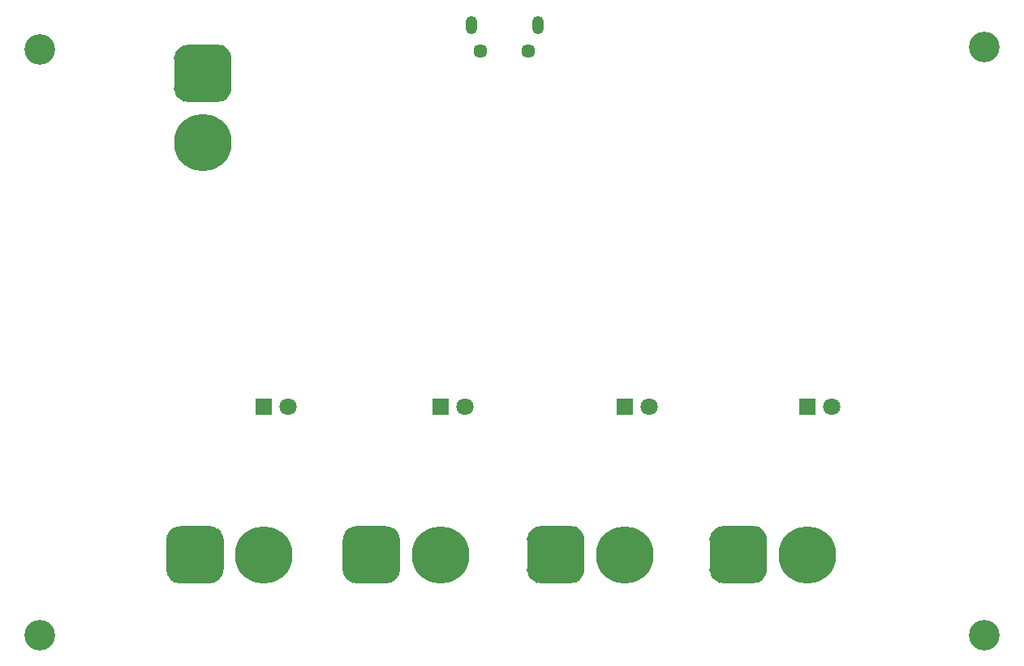
<source format=gbr>
G04 #@! TF.GenerationSoftware,KiCad,Pcbnew,5.1.9*
G04 #@! TF.CreationDate,2021-01-16T18:22:49+01:00*
G04 #@! TF.ProjectId,firework-ignition-system,66697265-776f-4726-9b2d-69676e697469,1*
G04 #@! TF.SameCoordinates,Original*
G04 #@! TF.FileFunction,Soldermask,Bot*
G04 #@! TF.FilePolarity,Negative*
%FSLAX46Y46*%
G04 Gerber Fmt 4.6, Leading zero omitted, Abs format (unit mm)*
G04 Created by KiCad (PCBNEW 5.1.9) date 2021-01-16 18:22:49*
%MOMM*%
%LPD*%
G01*
G04 APERTURE LIST*
%ADD10O,1.200000X1.900000*%
%ADD11C,1.450000*%
%ADD12C,6.000000*%
%ADD13C,1.800000*%
%ADD14R,1.800000X1.800000*%
%ADD15C,3.200000*%
%ADD16C,0.152400*%
G04 APERTURE END LIST*
D10*
X64318000Y59911500D03*
X71318000Y59911500D03*
D11*
X65318000Y57211500D03*
X70318000Y57211500D03*
G36*
G01*
X50912000Y3051600D02*
X50912000Y6051600D01*
G75*
G02*
X52412000Y7551600I1500000J0D01*
G01*
X55412000Y7551600D01*
G75*
G02*
X56912000Y6051600I0J-1500000D01*
G01*
X56912000Y3051600D01*
G75*
G02*
X55412000Y1551600I-1500000J0D01*
G01*
X52412000Y1551600D01*
G75*
G02*
X50912000Y3051600I0J1500000D01*
G01*
G37*
D12*
X61112000Y4551600D03*
G36*
G01*
X70152000Y3072000D02*
X70152000Y6072000D01*
G75*
G02*
X71652000Y7572000I1500000J0D01*
G01*
X74652000Y7572000D01*
G75*
G02*
X76152000Y6072000I0J-1500000D01*
G01*
X76152000Y3072000D01*
G75*
G02*
X74652000Y1572000I-1500000J0D01*
G01*
X71652000Y1572000D01*
G75*
G02*
X70152000Y3072000I0J1500000D01*
G01*
G37*
X80352000Y4572000D03*
G36*
G01*
X32498400Y3051600D02*
X32498400Y6051600D01*
G75*
G02*
X33998400Y7551600I1500000J0D01*
G01*
X36998400Y7551600D01*
G75*
G02*
X38498400Y6051600I0J-1500000D01*
G01*
X38498400Y3051600D01*
G75*
G02*
X36998400Y1551600I-1500000J0D01*
G01*
X33998400Y1551600D01*
G75*
G02*
X32498400Y3051600I0J1500000D01*
G01*
G37*
X42698400Y4551600D03*
G36*
G01*
X89202000Y3072000D02*
X89202000Y6072000D01*
G75*
G02*
X90702000Y7572000I1500000J0D01*
G01*
X93702000Y7572000D01*
G75*
G02*
X95202000Y6072000I0J-1500000D01*
G01*
X95202000Y3072000D01*
G75*
G02*
X93702000Y1572000I-1500000J0D01*
G01*
X90702000Y1572000D01*
G75*
G02*
X89202000Y3072000I0J1500000D01*
G01*
G37*
X99402000Y4572000D03*
D13*
X63660000Y20047600D03*
D14*
X61120000Y20047600D03*
D13*
X82900000Y20068000D03*
D14*
X80360000Y20068000D03*
D13*
X45246400Y20047600D03*
D14*
X42706400Y20047600D03*
D13*
X101950000Y20068000D03*
D14*
X99410000Y20068000D03*
D15*
X19304000Y57404000D03*
X117856000Y57658000D03*
X117856000Y-3810000D03*
X19304000Y-3810000D03*
G36*
G01*
X34822000Y57864000D02*
X37822000Y57864000D01*
G75*
G02*
X39322000Y56364000I0J-1500000D01*
G01*
X39322000Y53364000D01*
G75*
G02*
X37822000Y51864000I-1500000J0D01*
G01*
X34822000Y51864000D01*
G75*
G02*
X33322000Y53364000I0J1500000D01*
G01*
X33322000Y56364000D01*
G75*
G02*
X34822000Y57864000I1500000J0D01*
G01*
G37*
D12*
X36322000Y47664000D03*
D16*
G36*
X56913165Y3053226D02*
G01*
X56914000Y3051600D01*
X56914000Y3024547D01*
X56913990Y3024351D01*
X56885459Y2734676D01*
X56885383Y2734291D01*
X56801749Y2458585D01*
X56801599Y2458223D01*
X56665785Y2204133D01*
X56665567Y2203807D01*
X56482788Y1981089D01*
X56482511Y1980812D01*
X56259793Y1798033D01*
X56259467Y1797815D01*
X56005377Y1662001D01*
X56005015Y1661851D01*
X55729309Y1578217D01*
X55728924Y1578141D01*
X55439249Y1549610D01*
X55439053Y1549600D01*
X55412000Y1549600D01*
X55410268Y1550600D01*
X55410268Y1552600D01*
X55411804Y1553590D01*
X55704240Y1582392D01*
X55985256Y1667638D01*
X56244239Y1806067D01*
X56471239Y1992361D01*
X56657533Y2219361D01*
X56795962Y2478344D01*
X56881208Y2759360D01*
X56910010Y3051796D01*
X56911175Y3053422D01*
X56913165Y3053226D01*
G37*
G36*
X38499565Y3053226D02*
G01*
X38500400Y3051600D01*
X38500400Y3024547D01*
X38500390Y3024351D01*
X38471859Y2734676D01*
X38471783Y2734291D01*
X38388149Y2458585D01*
X38387999Y2458223D01*
X38252185Y2204133D01*
X38251967Y2203807D01*
X38069188Y1981089D01*
X38068911Y1980812D01*
X37846193Y1798033D01*
X37845867Y1797815D01*
X37591777Y1662001D01*
X37591415Y1661851D01*
X37315709Y1578217D01*
X37315324Y1578141D01*
X37025649Y1549610D01*
X37025453Y1549600D01*
X36998400Y1549600D01*
X36996668Y1550600D01*
X36996668Y1552600D01*
X36998204Y1553590D01*
X37290640Y1582392D01*
X37571656Y1667638D01*
X37830639Y1806067D01*
X38057639Y1992361D01*
X38243933Y2219361D01*
X38382362Y2478344D01*
X38467608Y2759360D01*
X38496410Y3051796D01*
X38497575Y3053422D01*
X38499565Y3053226D01*
G37*
G36*
X32500390Y3051796D02*
G01*
X32529192Y2759360D01*
X32614438Y2478344D01*
X32752867Y2219361D01*
X32939161Y1992361D01*
X33166161Y1806067D01*
X33425144Y1667638D01*
X33706160Y1582392D01*
X33998596Y1553590D01*
X34000222Y1552425D01*
X34000026Y1550435D01*
X33998400Y1549600D01*
X33971347Y1549600D01*
X33971151Y1549610D01*
X33681476Y1578141D01*
X33681091Y1578217D01*
X33405385Y1661851D01*
X33405023Y1662001D01*
X33150933Y1797815D01*
X33150607Y1798033D01*
X32927889Y1980812D01*
X32927612Y1981089D01*
X32744833Y2203807D01*
X32744615Y2204133D01*
X32608801Y2458223D01*
X32608651Y2458585D01*
X32525017Y2734291D01*
X32524941Y2734676D01*
X32496410Y3024351D01*
X32496400Y3024547D01*
X32496400Y3051600D01*
X32497400Y3053332D01*
X32499400Y3053332D01*
X32500390Y3051796D01*
G37*
G36*
X50913990Y3051796D02*
G01*
X50942792Y2759360D01*
X51028038Y2478344D01*
X51166467Y2219361D01*
X51352761Y1992361D01*
X51579761Y1806067D01*
X51838744Y1667638D01*
X52119760Y1582392D01*
X52412196Y1553590D01*
X52413822Y1552425D01*
X52413626Y1550435D01*
X52412000Y1549600D01*
X52384947Y1549600D01*
X52384751Y1549610D01*
X52095076Y1578141D01*
X52094691Y1578217D01*
X51818985Y1661851D01*
X51818623Y1662001D01*
X51564533Y1797815D01*
X51564207Y1798033D01*
X51341489Y1980812D01*
X51341212Y1981089D01*
X51158433Y2203807D01*
X51158215Y2204133D01*
X51022401Y2458223D01*
X51022251Y2458585D01*
X50938617Y2734291D01*
X50938541Y2734676D01*
X50910010Y3024351D01*
X50910000Y3024547D01*
X50910000Y3051600D01*
X50911000Y3053332D01*
X50913000Y3053332D01*
X50913990Y3051796D01*
G37*
G36*
X95203165Y3073626D02*
G01*
X95204000Y3072000D01*
X95204000Y3044947D01*
X95203990Y3044751D01*
X95175459Y2755076D01*
X95175383Y2754691D01*
X95091749Y2478985D01*
X95091599Y2478623D01*
X94955785Y2224533D01*
X94955567Y2224207D01*
X94772788Y2001489D01*
X94772511Y2001212D01*
X94549793Y1818433D01*
X94549467Y1818215D01*
X94295377Y1682401D01*
X94295015Y1682251D01*
X94019309Y1598617D01*
X94018924Y1598541D01*
X93729249Y1570010D01*
X93729053Y1570000D01*
X93702000Y1570000D01*
X93700268Y1571000D01*
X93700268Y1573000D01*
X93701804Y1573990D01*
X93994240Y1602792D01*
X94275256Y1688038D01*
X94534239Y1826467D01*
X94761239Y2012761D01*
X94947533Y2239761D01*
X95085962Y2498744D01*
X95171208Y2779760D01*
X95200010Y3072196D01*
X95201175Y3073822D01*
X95203165Y3073626D01*
G37*
G36*
X76153165Y3073626D02*
G01*
X76154000Y3072000D01*
X76154000Y3044947D01*
X76153990Y3044751D01*
X76125459Y2755076D01*
X76125383Y2754691D01*
X76041749Y2478985D01*
X76041599Y2478623D01*
X75905785Y2224533D01*
X75905567Y2224207D01*
X75722788Y2001489D01*
X75722511Y2001212D01*
X75499793Y1818433D01*
X75499467Y1818215D01*
X75245377Y1682401D01*
X75245015Y1682251D01*
X74969309Y1598617D01*
X74968924Y1598541D01*
X74679249Y1570010D01*
X74679053Y1570000D01*
X74652000Y1570000D01*
X74650268Y1571000D01*
X74650268Y1573000D01*
X74651804Y1573990D01*
X74944240Y1602792D01*
X75225256Y1688038D01*
X75484239Y1826467D01*
X75711239Y2012761D01*
X75897533Y2239761D01*
X76035962Y2498744D01*
X76121208Y2779760D01*
X76150010Y3072196D01*
X76151175Y3073822D01*
X76153165Y3073626D01*
G37*
G36*
X70153990Y3072196D02*
G01*
X70182792Y2779760D01*
X70268038Y2498744D01*
X70406467Y2239761D01*
X70592761Y2012761D01*
X70819761Y1826467D01*
X71078744Y1688038D01*
X71359760Y1602792D01*
X71652196Y1573990D01*
X71653822Y1572825D01*
X71653626Y1570835D01*
X71652000Y1570000D01*
X71624947Y1570000D01*
X71624751Y1570010D01*
X71335076Y1598541D01*
X71334691Y1598617D01*
X71058985Y1682251D01*
X71058623Y1682401D01*
X70804533Y1818215D01*
X70804207Y1818433D01*
X70581489Y2001212D01*
X70581212Y2001489D01*
X70398433Y2224207D01*
X70398215Y2224533D01*
X70262401Y2478623D01*
X70262251Y2478985D01*
X70178617Y2754691D01*
X70178541Y2755076D01*
X70150010Y3044751D01*
X70150000Y3044947D01*
X70150000Y3072000D01*
X70151000Y3073732D01*
X70153000Y3073732D01*
X70153990Y3072196D01*
G37*
G36*
X89203990Y3072196D02*
G01*
X89232792Y2779760D01*
X89318038Y2498744D01*
X89456467Y2239761D01*
X89642761Y2012761D01*
X89869761Y1826467D01*
X90128744Y1688038D01*
X90409760Y1602792D01*
X90702196Y1573990D01*
X90703822Y1572825D01*
X90703626Y1570835D01*
X90702000Y1570000D01*
X90674947Y1570000D01*
X90674751Y1570010D01*
X90385076Y1598541D01*
X90384691Y1598617D01*
X90108985Y1682251D01*
X90108623Y1682401D01*
X89854533Y1818215D01*
X89854207Y1818433D01*
X89631489Y2001212D01*
X89631212Y2001489D01*
X89448433Y2224207D01*
X89448215Y2224533D01*
X89312401Y2478623D01*
X89312251Y2478985D01*
X89228617Y2754691D01*
X89228541Y2755076D01*
X89200010Y3044751D01*
X89200000Y3044947D01*
X89200000Y3072000D01*
X89201000Y3073732D01*
X89203000Y3073732D01*
X89203990Y3072196D01*
G37*
G36*
X34000132Y7552600D02*
G01*
X34000132Y7550600D01*
X33998596Y7549610D01*
X33706160Y7520808D01*
X33425144Y7435562D01*
X33166161Y7297133D01*
X32939161Y7110839D01*
X32752867Y6883839D01*
X32614438Y6624856D01*
X32529192Y6343840D01*
X32500390Y6051404D01*
X32499225Y6049778D01*
X32497235Y6049974D01*
X32496400Y6051600D01*
X32496400Y6078653D01*
X32496410Y6078849D01*
X32524941Y6368524D01*
X32525017Y6368909D01*
X32608651Y6644615D01*
X32608801Y6644977D01*
X32744615Y6899067D01*
X32744833Y6899393D01*
X32927612Y7122111D01*
X32927889Y7122388D01*
X33150607Y7305167D01*
X33150933Y7305385D01*
X33405023Y7441199D01*
X33405385Y7441349D01*
X33681091Y7524983D01*
X33681476Y7525059D01*
X33971151Y7553590D01*
X33971347Y7553600D01*
X33998400Y7553600D01*
X34000132Y7552600D01*
G37*
G36*
X52413732Y7552600D02*
G01*
X52413732Y7550600D01*
X52412196Y7549610D01*
X52119760Y7520808D01*
X51838744Y7435562D01*
X51579761Y7297133D01*
X51352761Y7110839D01*
X51166467Y6883839D01*
X51028038Y6624856D01*
X50942792Y6343840D01*
X50913990Y6051404D01*
X50912825Y6049778D01*
X50910835Y6049974D01*
X50910000Y6051600D01*
X50910000Y6078653D01*
X50910010Y6078849D01*
X50938541Y6368524D01*
X50938617Y6368909D01*
X51022251Y6644615D01*
X51022401Y6644977D01*
X51158215Y6899067D01*
X51158433Y6899393D01*
X51341212Y7122111D01*
X51341489Y7122388D01*
X51564207Y7305167D01*
X51564533Y7305385D01*
X51818623Y7441199D01*
X51818985Y7441349D01*
X52094691Y7524983D01*
X52095076Y7525059D01*
X52384751Y7553590D01*
X52384947Y7553600D01*
X52412000Y7553600D01*
X52413732Y7552600D01*
G37*
G36*
X37025649Y7553590D02*
G01*
X37315324Y7525059D01*
X37315709Y7524983D01*
X37591415Y7441349D01*
X37591777Y7441199D01*
X37845867Y7305385D01*
X37846193Y7305167D01*
X38068911Y7122388D01*
X38069188Y7122111D01*
X38251967Y6899393D01*
X38252185Y6899067D01*
X38387999Y6644977D01*
X38388149Y6644615D01*
X38471783Y6368909D01*
X38471859Y6368524D01*
X38500390Y6078849D01*
X38500400Y6078653D01*
X38500400Y6051600D01*
X38499400Y6049868D01*
X38497400Y6049868D01*
X38496410Y6051404D01*
X38467608Y6343840D01*
X38382362Y6624856D01*
X38243933Y6883839D01*
X38057639Y7110839D01*
X37830639Y7297133D01*
X37571656Y7435562D01*
X37290640Y7520808D01*
X36998204Y7549610D01*
X36996578Y7550775D01*
X36996774Y7552765D01*
X36998400Y7553600D01*
X37025453Y7553600D01*
X37025649Y7553590D01*
G37*
G36*
X55439249Y7553590D02*
G01*
X55728924Y7525059D01*
X55729309Y7524983D01*
X56005015Y7441349D01*
X56005377Y7441199D01*
X56259467Y7305385D01*
X56259793Y7305167D01*
X56482511Y7122388D01*
X56482788Y7122111D01*
X56665567Y6899393D01*
X56665785Y6899067D01*
X56801599Y6644977D01*
X56801749Y6644615D01*
X56885383Y6368909D01*
X56885459Y6368524D01*
X56913990Y6078849D01*
X56914000Y6078653D01*
X56914000Y6051600D01*
X56913000Y6049868D01*
X56911000Y6049868D01*
X56910010Y6051404D01*
X56881208Y6343840D01*
X56795962Y6624856D01*
X56657533Y6883839D01*
X56471239Y7110839D01*
X56244239Y7297133D01*
X55985256Y7435562D01*
X55704240Y7520808D01*
X55411804Y7549610D01*
X55410178Y7550775D01*
X55410374Y7552765D01*
X55412000Y7553600D01*
X55439053Y7553600D01*
X55439249Y7553590D01*
G37*
G36*
X90703732Y7573000D02*
G01*
X90703732Y7571000D01*
X90702196Y7570010D01*
X90409760Y7541208D01*
X90128744Y7455962D01*
X89869761Y7317533D01*
X89642761Y7131239D01*
X89456467Y6904239D01*
X89318038Y6645256D01*
X89232792Y6364240D01*
X89203990Y6071804D01*
X89202825Y6070178D01*
X89200835Y6070374D01*
X89200000Y6072000D01*
X89200000Y6099053D01*
X89200010Y6099249D01*
X89228541Y6388924D01*
X89228617Y6389309D01*
X89312251Y6665015D01*
X89312401Y6665377D01*
X89448215Y6919467D01*
X89448433Y6919793D01*
X89631212Y7142511D01*
X89631489Y7142788D01*
X89854207Y7325567D01*
X89854533Y7325785D01*
X90108623Y7461599D01*
X90108985Y7461749D01*
X90384691Y7545383D01*
X90385076Y7545459D01*
X90674751Y7573990D01*
X90674947Y7574000D01*
X90702000Y7574000D01*
X90703732Y7573000D01*
G37*
G36*
X71653732Y7573000D02*
G01*
X71653732Y7571000D01*
X71652196Y7570010D01*
X71359760Y7541208D01*
X71078744Y7455962D01*
X70819761Y7317533D01*
X70592761Y7131239D01*
X70406467Y6904239D01*
X70268038Y6645256D01*
X70182792Y6364240D01*
X70153990Y6071804D01*
X70152825Y6070178D01*
X70150835Y6070374D01*
X70150000Y6072000D01*
X70150000Y6099053D01*
X70150010Y6099249D01*
X70178541Y6388924D01*
X70178617Y6389309D01*
X70262251Y6665015D01*
X70262401Y6665377D01*
X70398215Y6919467D01*
X70398433Y6919793D01*
X70581212Y7142511D01*
X70581489Y7142788D01*
X70804207Y7325567D01*
X70804533Y7325785D01*
X71058623Y7461599D01*
X71058985Y7461749D01*
X71334691Y7545383D01*
X71335076Y7545459D01*
X71624751Y7573990D01*
X71624947Y7574000D01*
X71652000Y7574000D01*
X71653732Y7573000D01*
G37*
G36*
X74679249Y7573990D02*
G01*
X74968924Y7545459D01*
X74969309Y7545383D01*
X75245015Y7461749D01*
X75245377Y7461599D01*
X75499467Y7325785D01*
X75499793Y7325567D01*
X75722511Y7142788D01*
X75722788Y7142511D01*
X75905567Y6919793D01*
X75905785Y6919467D01*
X76041599Y6665377D01*
X76041749Y6665015D01*
X76125383Y6389309D01*
X76125459Y6388924D01*
X76153990Y6099249D01*
X76154000Y6099053D01*
X76154000Y6072000D01*
X76153000Y6070268D01*
X76151000Y6070268D01*
X76150010Y6071804D01*
X76121208Y6364240D01*
X76035962Y6645256D01*
X75897533Y6904239D01*
X75711239Y7131239D01*
X75484239Y7317533D01*
X75225256Y7455962D01*
X74944240Y7541208D01*
X74651804Y7570010D01*
X74650178Y7571175D01*
X74650374Y7573165D01*
X74652000Y7574000D01*
X74679053Y7574000D01*
X74679249Y7573990D01*
G37*
G36*
X93729249Y7573990D02*
G01*
X94018924Y7545459D01*
X94019309Y7545383D01*
X94295015Y7461749D01*
X94295377Y7461599D01*
X94549467Y7325785D01*
X94549793Y7325567D01*
X94772511Y7142788D01*
X94772788Y7142511D01*
X94955567Y6919793D01*
X94955785Y6919467D01*
X95091599Y6665377D01*
X95091749Y6665015D01*
X95175383Y6389309D01*
X95175459Y6388924D01*
X95203990Y6099249D01*
X95204000Y6099053D01*
X95204000Y6072000D01*
X95203000Y6070268D01*
X95201000Y6070268D01*
X95200010Y6071804D01*
X95171208Y6364240D01*
X95085962Y6645256D01*
X94947533Y6904239D01*
X94761239Y7131239D01*
X94534239Y7317533D01*
X94275256Y7455962D01*
X93994240Y7541208D01*
X93701804Y7570010D01*
X93700178Y7571175D01*
X93700374Y7573165D01*
X93702000Y7574000D01*
X93729053Y7574000D01*
X93729249Y7573990D01*
G37*
G36*
X33323990Y53364196D02*
G01*
X33352792Y53071760D01*
X33438038Y52790744D01*
X33576467Y52531761D01*
X33762761Y52304761D01*
X33989761Y52118467D01*
X34248744Y51980038D01*
X34529760Y51894792D01*
X34822196Y51865990D01*
X34823822Y51864825D01*
X34823626Y51862835D01*
X34822000Y51862000D01*
X34794947Y51862000D01*
X34794751Y51862010D01*
X34505076Y51890541D01*
X34504691Y51890617D01*
X34228985Y51974251D01*
X34228623Y51974401D01*
X33974533Y52110215D01*
X33974207Y52110433D01*
X33751489Y52293212D01*
X33751212Y52293489D01*
X33568433Y52516207D01*
X33568215Y52516533D01*
X33432401Y52770623D01*
X33432251Y52770985D01*
X33348617Y53046691D01*
X33348541Y53047076D01*
X33320010Y53336751D01*
X33320000Y53336947D01*
X33320000Y53364000D01*
X33321000Y53365732D01*
X33323000Y53365732D01*
X33323990Y53364196D01*
G37*
G36*
X39323165Y53365626D02*
G01*
X39324000Y53364000D01*
X39324000Y53336947D01*
X39323990Y53336751D01*
X39295459Y53047076D01*
X39295383Y53046691D01*
X39211749Y52770985D01*
X39211599Y52770623D01*
X39075785Y52516533D01*
X39075567Y52516207D01*
X38892788Y52293489D01*
X38892511Y52293212D01*
X38669793Y52110433D01*
X38669467Y52110215D01*
X38415377Y51974401D01*
X38415015Y51974251D01*
X38139309Y51890617D01*
X38138924Y51890541D01*
X37849249Y51862010D01*
X37849053Y51862000D01*
X37822000Y51862000D01*
X37820268Y51863000D01*
X37820268Y51865000D01*
X37821804Y51865990D01*
X38114240Y51894792D01*
X38395256Y51980038D01*
X38654239Y52118467D01*
X38881239Y52304761D01*
X39067533Y52531761D01*
X39205962Y52790744D01*
X39291208Y53071760D01*
X39320010Y53364196D01*
X39321175Y53365822D01*
X39323165Y53365626D01*
G37*
G36*
X34823732Y57865000D02*
G01*
X34823732Y57863000D01*
X34822196Y57862010D01*
X34529760Y57833208D01*
X34248744Y57747962D01*
X33989761Y57609533D01*
X33762761Y57423239D01*
X33576467Y57196239D01*
X33438038Y56937256D01*
X33352792Y56656240D01*
X33323990Y56363804D01*
X33322825Y56362178D01*
X33320835Y56362374D01*
X33320000Y56364000D01*
X33320000Y56391053D01*
X33320010Y56391249D01*
X33348541Y56680924D01*
X33348617Y56681309D01*
X33432251Y56957015D01*
X33432401Y56957377D01*
X33568215Y57211467D01*
X33568433Y57211793D01*
X33751212Y57434511D01*
X33751489Y57434788D01*
X33974207Y57617567D01*
X33974533Y57617785D01*
X34228623Y57753599D01*
X34228985Y57753749D01*
X34504691Y57837383D01*
X34505076Y57837459D01*
X34794751Y57865990D01*
X34794947Y57866000D01*
X34822000Y57866000D01*
X34823732Y57865000D01*
G37*
G36*
X37849249Y57865990D02*
G01*
X38138924Y57837459D01*
X38139309Y57837383D01*
X38415015Y57753749D01*
X38415377Y57753599D01*
X38669467Y57617785D01*
X38669793Y57617567D01*
X38892511Y57434788D01*
X38892788Y57434511D01*
X39075567Y57211793D01*
X39075785Y57211467D01*
X39211599Y56957377D01*
X39211749Y56957015D01*
X39295383Y56681309D01*
X39295459Y56680924D01*
X39323990Y56391249D01*
X39324000Y56391053D01*
X39324000Y56364000D01*
X39323000Y56362268D01*
X39321000Y56362268D01*
X39320010Y56363804D01*
X39291208Y56656240D01*
X39205962Y56937256D01*
X39067533Y57196239D01*
X38881239Y57423239D01*
X38654239Y57609533D01*
X38395256Y57747962D01*
X38114240Y57833208D01*
X37821804Y57862010D01*
X37820178Y57863175D01*
X37820374Y57865165D01*
X37822000Y57866000D01*
X37849053Y57866000D01*
X37849249Y57865990D01*
G37*
M02*

</source>
